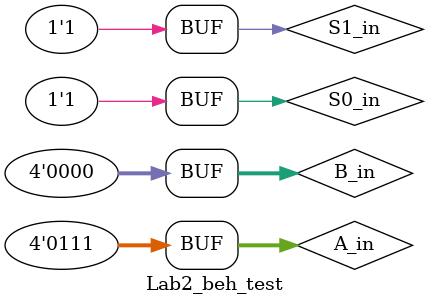
<source format=v>
module Lab2_beh_test;

	// Inputs
	reg [3:0] A_in;
	reg [3:0] B_in;
	reg S0_in;
	reg S1_in;

	// Outputs
	wire [3:0] Lab2_beh_out;

	// Instantiate the Unit Under Test (UUT)
	Lab2_beh uut (
		.A_in(A_in), 
		.B_in(B_in), 
		.S0_in(S0_in), 
		.S1_in(S1_in), 
		.Lab2_beh_out(Lab2_beh_out)
	);

	initial begin
		// Initialize Inputs
		A_in = 0;
		B_in = 0;
		S0_in = 0;
		S1_in = 0;

		//Invert A = 2
		#100		
		S1_in = 0;
		S0_in = 0;		
		A_in = 2;
		B_in = 0;
		
		//Invert A = 15
		#100		
		S1_in = 0;
		S0_in = 0;		
		A_in = 15;
		B_in = 0;
		
		//Add 3 + 5
		#100		
		S1_in = 0;
		S0_in = 1;		
		A_in = 3;
		B_in = 5;
		
		//Add 2 + 10
		#100		
		S1_in = 0;
		S0_in = 1;		
		A_in = 2;
		B_in = 10;
		
		//Subtract 13 - 2 
		#100		
		S1_in = 1;
		S0_in = 0;		
		A_in = 13;
		B_in = 2;
		
		//Subtract 6 - 4
		#100		
		S1_in = 1;
		S0_in = 0;		
		A_in = 6;
		B_in = 4;
		
		//Double A = 3
		#100		
		S1_in = 1;
		S0_in = 1;		
		A_in = 5;
		B_in = 0;
		
		//Double A = 7
		#100		
		S1_in = 1;
		S0_in = 1;		
		A_in = 7;
		B_in = 0;
	end      
endmodule


</source>
